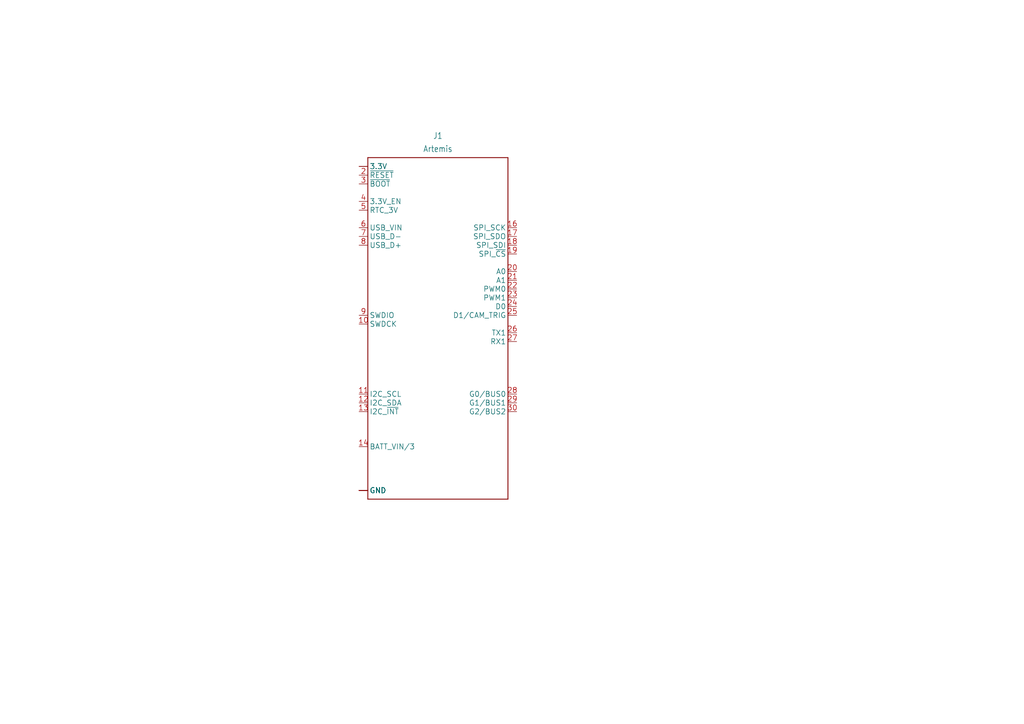
<source format=kicad_sch>
(kicad_sch (version 20250114) (generator "eeschema") (generator_version "9.0")
  (paper "A4")
  (lib_symbols
    (symbol "Artemis:Artemis"
      (property "Reference" "J1" (at 0 59.69 0))
      (property "Value" "Artemis" (at 0 55.88 0))
      (symbol "Artemis_1_0"
        (polyline (pts (xy -20.32 53.34) (xy 20.32 53.34)) (stroke (width 0.254)))
        (polyline (pts (xy -20.32 -45.72) (xy -20.32 53.34)) (stroke (width 0.254)))
        (polyline (pts (xy 20.32 53.34) (xy 20.32 -45.72)) (stroke (width 0.254)))
        (polyline (pts (xy 20.32 -45.72) (xy -20.32 -45.72)) (stroke (width 0.254)))
        (pin bidirectional line (at -22.86 50.8 0) (length 2.54) (name "3.3V") (number "1"))
        (pin bidirectional line (at -22.86 50.8 0) (length 2.54) (name "3.3V") (number "74"))
        (pin bidirectional line (at -22.86 48.26 0) (length 2.54) (name "~{RESET}") (number "2"))
        (pin bidirectional line (at -22.86 45.72 0) (length 2.54) (name "~{BOOT}") (number "3"))
        (pin bidirectional line (at -22.86 40.64 0) (length 2.54) (name "3.3V_EN") (number "4"))
        (pin bidirectional line (at -22.86 38.1 0) (length 2.54) (name "RTC_3V") (number "5"))
        (pin bidirectional line (at -22.86 33.02 0) (length 2.54) (name "USB_VIN") (number "6"))
        (pin bidirectional line (at -22.86 30.48 0) (length 2.54) (name "USB_D-") (number "7"))
        (pin bidirectional line (at -22.86 27.94 0) (length 2.54) (name "USB_D+") (number "8"))
        (pin bidirectional line (at -22.86 7.62 0) (length 2.54) (name "SWDIO") (number "9"))
        (pin bidirectional line (at -22.86 5.08 0) (length 2.54) (name "SWDCK") (number "10"))
        (pin bidirectional line (at -22.86 -15.24 0) (length 2.54) (name "I2C_SCL") (number "11"))
        (pin bidirectional line (at -22.86 -17.78 0) (length 2.54) (name "I2C_SDA") (number "12"))
        (pin bidirectional line (at -22.86 -20.32 0) (length 2.54) (name "I2C_~{INT}") (number "13"))
        (pin bidirectional line (at -22.86 -30.48 0) (length 2.54) (name "BATT_VIN/3") (number "14"))
        (pin bidirectional line (at -22.86 -43.18 0) (length 2.54) (name "GND") (number "15"))
        (pin bidirectional line (at -22.86 -43.18 0) (length 2.54) (name "GND") (number "33"))
        (pin bidirectional line (at -22.86 -43.18 0) (length 2.54) (name "GND") (number "36"))
        (pin bidirectional line (at -22.86 -43.18 0) (length 2.54) (name "GND") (number "39"))
        (pin bidirectional line (at -22.86 -43.18 0) (length 2.54) (name "GND") (number "45"))
        (pin bidirectional line (at -22.86 -43.18 0) (length 2.54) (name "GND") (number "7"))
        (pin bidirectional line (at -22.86 -43.18 0) (length 2.54) (name "GND") (number "75"))
        (pin bidirectional line (at 22.86 33.02 180) (length 2.54) (name "SPI_SCK") (number "16"))
        (pin bidirectional line (at 22.86 30.48 180) (length 2.54) (name "SPI_SDO") (number "17"))
        (pin bidirectional line (at 22.86 27.94 180) (length 2.54) (name "SPI_SDI") (number "18"))
        (pin bidirectional line (at 22.86 25.4 180) (length 2.54) (name "SPI_~{CS}") (number "19"))
        (pin bidirectional line (at 22.86 20.32 180) (length 2.54) (name "A0") (number "20"))
        (pin bidirectional line (at 22.86 17.78 180) (length 2.54) (name "A1") (number "21"))
        (pin bidirectional line (at 22.86 15.24 180) (length 2.54) (name "PWM0") (number "22"))
        (pin bidirectional line (at 22.86 12.7 180) (length 2.54) (name "PWM1") (number "23"))
        (pin bidirectional line (at 22.86 10.16 180) (length 2.54) (name "D0") (number "24"))
        (pin bidirectional line (at 22.86 7.62 180) (length 2.54) (name "D1/CAM_TRIG") (number "25"))
        (pin bidirectional line (at 22.86 2.54 180) (length 2.54) (name "TX1") (number "26"))
        (pin bidirectional line (at 22.86 0 180) (length 2.54) (name "RX1") (number "27"))
        (pin bidirectional line (at 22.86 -15.24 180) (length 2.54) (name "G0/BUS0") (number "28"))
        (pin bidirectional line (at 22.86 -17.78 180) (length 2.54) (name "G1/BUS1") (number "29"))
        (pin bidirectional line (at 22.86 -20.32 180) (length 2.54) (name "G2/BUS2") (number "30"))
      )
    )
  )
  (symbol (lib_id "Artemis:Artemis") (at 127 99.06 0) (unit 1)
    (property "Reference" "J1" (at 127 39.37 0) (effects (font (size 1.778 1.5113))))
    (property "Value" "Artemis" (at 127 43.18 0) (effects (font (size 1.778 1.5113))))
    (property "Footprint" "Artemis:Artemis" (effects (hide yes)))
  )
)
</source>
